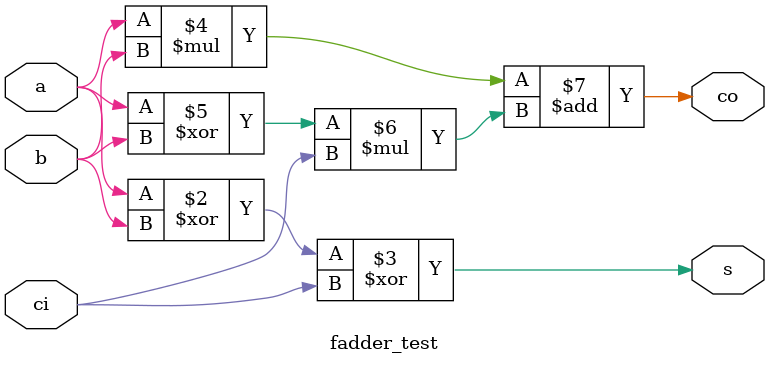
<source format=v>
module fadder_test(a,b,ci,s,co);//考虑进位的加法器模块 
// 请在下面添加代码，完成一位全加器功能
/* Begin */
input a,b,ci;
output s,co;
reg s,co;
always @ (*)
begin
s = a ^ b ^ ci;
co = a * b + (a ^ b) * ci;
end
/* End */
endmodule
</source>
